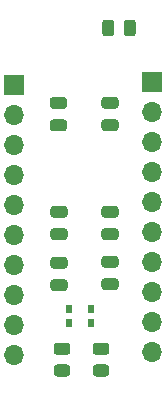
<source format=gbr>
%TF.GenerationSoftware,KiCad,Pcbnew,5.1.9-73d0e3b20d~88~ubuntu20.04.1*%
%TF.CreationDate,2021-06-24T22:41:13-04:00*%
%TF.ProjectId,stm32_breakout,73746d33-325f-4627-9265-616b6f75742e,rev?*%
%TF.SameCoordinates,Original*%
%TF.FileFunction,Soldermask,Bot*%
%TF.FilePolarity,Negative*%
%FSLAX46Y46*%
G04 Gerber Fmt 4.6, Leading zero omitted, Abs format (unit mm)*
G04 Created by KiCad (PCBNEW 5.1.9-73d0e3b20d~88~ubuntu20.04.1) date 2021-06-24 22:41:13*
%MOMM*%
%LPD*%
G01*
G04 APERTURE LIST*
%ADD10R,0.600000X0.800000*%
%ADD11O,1.700000X1.700000*%
%ADD12R,1.700000X1.700000*%
G04 APERTURE END LIST*
D10*
%TO.C,U3*%
X132726000Y-86198000D03*
X132726000Y-84998000D03*
X130926000Y-84998000D03*
X130926000Y-86198000D03*
%TD*%
%TO.C,C1*%
G36*
G01*
X134841000Y-69964000D02*
X133891000Y-69964000D01*
G75*
G02*
X133641000Y-69714000I0J250000D01*
G01*
X133641000Y-69214000D01*
G75*
G02*
X133891000Y-68964000I250000J0D01*
G01*
X134841000Y-68964000D01*
G75*
G02*
X135091000Y-69214000I0J-250000D01*
G01*
X135091000Y-69714000D01*
G75*
G02*
X134841000Y-69964000I-250000J0D01*
G01*
G37*
G36*
G01*
X134841000Y-68064000D02*
X133891000Y-68064000D01*
G75*
G02*
X133641000Y-67814000I0J250000D01*
G01*
X133641000Y-67314000D01*
G75*
G02*
X133891000Y-67064000I250000J0D01*
G01*
X134841000Y-67064000D01*
G75*
G02*
X135091000Y-67314000I0J-250000D01*
G01*
X135091000Y-67814000D01*
G75*
G02*
X134841000Y-68064000I-250000J0D01*
G01*
G37*
%TD*%
%TO.C,C2*%
G36*
G01*
X130472200Y-68064000D02*
X129522200Y-68064000D01*
G75*
G02*
X129272200Y-67814000I0J250000D01*
G01*
X129272200Y-67314000D01*
G75*
G02*
X129522200Y-67064000I250000J0D01*
G01*
X130472200Y-67064000D01*
G75*
G02*
X130722200Y-67314000I0J-250000D01*
G01*
X130722200Y-67814000D01*
G75*
G02*
X130472200Y-68064000I-250000J0D01*
G01*
G37*
G36*
G01*
X130472200Y-69964000D02*
X129522200Y-69964000D01*
G75*
G02*
X129272200Y-69714000I0J250000D01*
G01*
X129272200Y-69214000D01*
G75*
G02*
X129522200Y-68964000I250000J0D01*
G01*
X130472200Y-68964000D01*
G75*
G02*
X130722200Y-69214000I0J-250000D01*
G01*
X130722200Y-69714000D01*
G75*
G02*
X130472200Y-69964000I-250000J0D01*
G01*
G37*
%TD*%
%TO.C,C3*%
G36*
G01*
X129573000Y-78174000D02*
X130523000Y-78174000D01*
G75*
G02*
X130773000Y-78424000I0J-250000D01*
G01*
X130773000Y-78924000D01*
G75*
G02*
X130523000Y-79174000I-250000J0D01*
G01*
X129573000Y-79174000D01*
G75*
G02*
X129323000Y-78924000I0J250000D01*
G01*
X129323000Y-78424000D01*
G75*
G02*
X129573000Y-78174000I250000J0D01*
G01*
G37*
G36*
G01*
X129573000Y-76274000D02*
X130523000Y-76274000D01*
G75*
G02*
X130773000Y-76524000I0J-250000D01*
G01*
X130773000Y-77024000D01*
G75*
G02*
X130523000Y-77274000I-250000J0D01*
G01*
X129573000Y-77274000D01*
G75*
G02*
X129323000Y-77024000I0J250000D01*
G01*
X129323000Y-76524000D01*
G75*
G02*
X129573000Y-76274000I250000J0D01*
G01*
G37*
%TD*%
%TO.C,C4*%
G36*
G01*
X133891000Y-78174000D02*
X134841000Y-78174000D01*
G75*
G02*
X135091000Y-78424000I0J-250000D01*
G01*
X135091000Y-78924000D01*
G75*
G02*
X134841000Y-79174000I-250000J0D01*
G01*
X133891000Y-79174000D01*
G75*
G02*
X133641000Y-78924000I0J250000D01*
G01*
X133641000Y-78424000D01*
G75*
G02*
X133891000Y-78174000I250000J0D01*
G01*
G37*
G36*
G01*
X133891000Y-76274000D02*
X134841000Y-76274000D01*
G75*
G02*
X135091000Y-76524000I0J-250000D01*
G01*
X135091000Y-77024000D01*
G75*
G02*
X134841000Y-77274000I-250000J0D01*
G01*
X133891000Y-77274000D01*
G75*
G02*
X133641000Y-77024000I0J250000D01*
G01*
X133641000Y-76524000D01*
G75*
G02*
X133891000Y-76274000I250000J0D01*
G01*
G37*
%TD*%
%TO.C,C5*%
G36*
G01*
X130523000Y-81592000D02*
X129573000Y-81592000D01*
G75*
G02*
X129323000Y-81342000I0J250000D01*
G01*
X129323000Y-80842000D01*
G75*
G02*
X129573000Y-80592000I250000J0D01*
G01*
X130523000Y-80592000D01*
G75*
G02*
X130773000Y-80842000I0J-250000D01*
G01*
X130773000Y-81342000D01*
G75*
G02*
X130523000Y-81592000I-250000J0D01*
G01*
G37*
G36*
G01*
X130523000Y-83492000D02*
X129573000Y-83492000D01*
G75*
G02*
X129323000Y-83242000I0J250000D01*
G01*
X129323000Y-82742000D01*
G75*
G02*
X129573000Y-82492000I250000J0D01*
G01*
X130523000Y-82492000D01*
G75*
G02*
X130773000Y-82742000I0J-250000D01*
G01*
X130773000Y-83242000D01*
G75*
G02*
X130523000Y-83492000I-250000J0D01*
G01*
G37*
%TD*%
%TO.C,C6*%
G36*
G01*
X134841000Y-83426000D02*
X133891000Y-83426000D01*
G75*
G02*
X133641000Y-83176000I0J250000D01*
G01*
X133641000Y-82676000D01*
G75*
G02*
X133891000Y-82426000I250000J0D01*
G01*
X134841000Y-82426000D01*
G75*
G02*
X135091000Y-82676000I0J-250000D01*
G01*
X135091000Y-83176000D01*
G75*
G02*
X134841000Y-83426000I-250000J0D01*
G01*
G37*
G36*
G01*
X134841000Y-81526000D02*
X133891000Y-81526000D01*
G75*
G02*
X133641000Y-81276000I0J250000D01*
G01*
X133641000Y-80776000D01*
G75*
G02*
X133891000Y-80526000I250000J0D01*
G01*
X134841000Y-80526000D01*
G75*
G02*
X135091000Y-80776000I0J-250000D01*
G01*
X135091000Y-81276000D01*
G75*
G02*
X134841000Y-81526000I-250000J0D01*
G01*
G37*
%TD*%
D11*
%TO.C,J2*%
X137922000Y-88646000D03*
X137922000Y-86106000D03*
X137922000Y-83566000D03*
X137922000Y-81026000D03*
X137922000Y-78486000D03*
X137922000Y-75946000D03*
X137922000Y-73406000D03*
X137922000Y-70866000D03*
X137922000Y-68326000D03*
D12*
X137922000Y-65786000D03*
%TD*%
%TO.C,J3*%
X126238000Y-66040000D03*
D11*
X126238000Y-68580000D03*
X126238000Y-71120000D03*
X126238000Y-73660000D03*
X126238000Y-76200000D03*
X126238000Y-78740000D03*
X126238000Y-81280000D03*
X126238000Y-83820000D03*
X126238000Y-86360000D03*
X126238000Y-88900000D03*
%TD*%
%TO.C,R1*%
G36*
G01*
X136553000Y-60763999D02*
X136553000Y-61664001D01*
G75*
G02*
X136303001Y-61914000I-249999J0D01*
G01*
X135777999Y-61914000D01*
G75*
G02*
X135528000Y-61664001I0J249999D01*
G01*
X135528000Y-60763999D01*
G75*
G02*
X135777999Y-60514000I249999J0D01*
G01*
X136303001Y-60514000D01*
G75*
G02*
X136553000Y-60763999I0J-249999D01*
G01*
G37*
G36*
G01*
X134728000Y-60763999D02*
X134728000Y-61664001D01*
G75*
G02*
X134478001Y-61914000I-249999J0D01*
G01*
X133952999Y-61914000D01*
G75*
G02*
X133703000Y-61664001I0J249999D01*
G01*
X133703000Y-60763999D01*
G75*
G02*
X133952999Y-60514000I249999J0D01*
G01*
X134478001Y-60514000D01*
G75*
G02*
X134728000Y-60763999I0J-249999D01*
G01*
G37*
%TD*%
%TO.C,R2*%
G36*
G01*
X134054001Y-90729500D02*
X133153999Y-90729500D01*
G75*
G02*
X132904000Y-90479501I0J249999D01*
G01*
X132904000Y-89954499D01*
G75*
G02*
X133153999Y-89704500I249999J0D01*
G01*
X134054001Y-89704500D01*
G75*
G02*
X134304000Y-89954499I0J-249999D01*
G01*
X134304000Y-90479501D01*
G75*
G02*
X134054001Y-90729500I-249999J0D01*
G01*
G37*
G36*
G01*
X134054001Y-88904500D02*
X133153999Y-88904500D01*
G75*
G02*
X132904000Y-88654501I0J249999D01*
G01*
X132904000Y-88129499D01*
G75*
G02*
X133153999Y-87879500I249999J0D01*
G01*
X134054001Y-87879500D01*
G75*
G02*
X134304000Y-88129499I0J-249999D01*
G01*
X134304000Y-88654501D01*
G75*
G02*
X134054001Y-88904500I-249999J0D01*
G01*
G37*
%TD*%
%TO.C,R3*%
G36*
G01*
X129851999Y-89704500D02*
X130752001Y-89704500D01*
G75*
G02*
X131002000Y-89954499I0J-249999D01*
G01*
X131002000Y-90479501D01*
G75*
G02*
X130752001Y-90729500I-249999J0D01*
G01*
X129851999Y-90729500D01*
G75*
G02*
X129602000Y-90479501I0J249999D01*
G01*
X129602000Y-89954499D01*
G75*
G02*
X129851999Y-89704500I249999J0D01*
G01*
G37*
G36*
G01*
X129851999Y-87879500D02*
X130752001Y-87879500D01*
G75*
G02*
X131002000Y-88129499I0J-249999D01*
G01*
X131002000Y-88654501D01*
G75*
G02*
X130752001Y-88904500I-249999J0D01*
G01*
X129851999Y-88904500D01*
G75*
G02*
X129602000Y-88654501I0J249999D01*
G01*
X129602000Y-88129499D01*
G75*
G02*
X129851999Y-87879500I249999J0D01*
G01*
G37*
%TD*%
M02*

</source>
